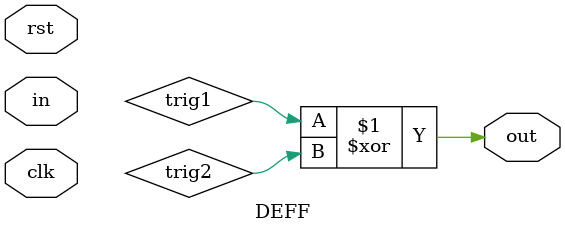
<source format=sv>
 /*
    Author : Thomas Labbé
    Project : Sigma Delta DAQ
    
    Universite de Sherbrooke, 2021
*/
// This module is used to reverse the value of a signal using two flipflop. This can work with a clock also.
// This code is pretty similar to the one found in stackOverflow. 

module DEFF (
    input clk, rst, in,
    output out
);

reg reg1, reg2;

  assign out = trig1^trig2;

  always @(posedge clk, posedge rst) begin
    if (rst)  reg1 <= 0;
    else  reg1 <= in^reg2;
  end

  always @(negedge clk, posedge rst) begin
    if (rst)  reg2 <= 0;
    else  reg2 <= in^reg1;
  end
endmodule
</source>
